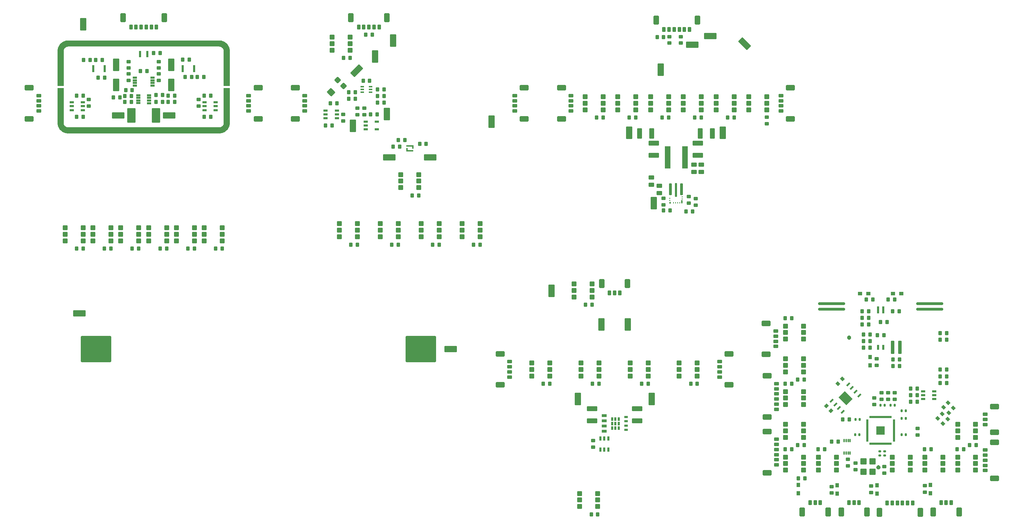
<source format=gtp>
G04*
G04 #@! TF.GenerationSoftware,Altium Limited,Altium Designer,23.7.1 (13)*
G04*
G04 Layer_Color=6702681*
%FSLAX25Y25*%
%MOIN*%
G70*
G04*
G04 #@! TF.SameCoordinates,E357BF57-154A-44AE-955A-2B68D2739ED8*
G04*
G04*
G04 #@! TF.FilePolarity,Positive*
G04*
G01*
G75*
G04:AMPARAMS|DCode=10|XSize=293.7mil|YSize=254.72mil|CornerRadius=12.74mil|HoleSize=0mil|Usage=FLASHONLY|Rotation=180.000|XOffset=0mil|YOffset=0mil|HoleType=Round|Shape=RoundedRectangle|*
%AMROUNDEDRECTD10*
21,1,0.29370,0.22925,0,0,180.0*
21,1,0.26823,0.25472,0,0,180.0*
1,1,0.02547,-0.13411,0.11463*
1,1,0.02547,0.13411,0.11463*
1,1,0.02547,0.13411,-0.11463*
1,1,0.02547,-0.13411,-0.11463*
%
%ADD10ROUNDEDRECTD10*%
G04:AMPARAMS|DCode=11|XSize=59.06mil|YSize=118.11mil|CornerRadius=2.95mil|HoleSize=0mil|Usage=FLASHONLY|Rotation=90.000|XOffset=0mil|YOffset=0mil|HoleType=Round|Shape=RoundedRectangle|*
%AMROUNDEDRECTD11*
21,1,0.05906,0.11221,0,0,90.0*
21,1,0.05315,0.11811,0,0,90.0*
1,1,0.00591,0.05610,0.02657*
1,1,0.00591,0.05610,-0.02657*
1,1,0.00591,-0.05610,-0.02657*
1,1,0.00591,-0.05610,0.02657*
%
%ADD11ROUNDEDRECTD11*%
G04:AMPARAMS|DCode=15|XSize=59.06mil|YSize=118.11mil|CornerRadius=2.95mil|HoleSize=0mil|Usage=FLASHONLY|Rotation=180.000|XOffset=0mil|YOffset=0mil|HoleType=Round|Shape=RoundedRectangle|*
%AMROUNDEDRECTD15*
21,1,0.05906,0.11221,0,0,180.0*
21,1,0.05315,0.11811,0,0,180.0*
1,1,0.00591,-0.02657,0.05610*
1,1,0.00591,0.02657,0.05610*
1,1,0.00591,0.02657,-0.05610*
1,1,0.00591,-0.02657,-0.05610*
%
%ADD15ROUNDEDRECTD15*%
G04:AMPARAMS|DCode=16|XSize=37.4mil|YSize=31.5mil|CornerRadius=3.15mil|HoleSize=0mil|Usage=FLASHONLY|Rotation=90.000|XOffset=0mil|YOffset=0mil|HoleType=Round|Shape=RoundedRectangle|*
%AMROUNDEDRECTD16*
21,1,0.03740,0.02520,0,0,90.0*
21,1,0.03110,0.03150,0,0,90.0*
1,1,0.00630,0.01260,0.01555*
1,1,0.00630,0.01260,-0.01555*
1,1,0.00630,-0.01260,-0.01555*
1,1,0.00630,-0.01260,0.01555*
%
%ADD16ROUNDEDRECTD16*%
G04:AMPARAMS|DCode=18|XSize=33.47mil|YSize=13.78mil|CornerRadius=1.38mil|HoleSize=0mil|Usage=FLASHONLY|Rotation=0.000|XOffset=0mil|YOffset=0mil|HoleType=Round|Shape=RoundedRectangle|*
%AMROUNDEDRECTD18*
21,1,0.03347,0.01102,0,0,0.0*
21,1,0.03071,0.01378,0,0,0.0*
1,1,0.00276,0.01535,-0.00551*
1,1,0.00276,-0.01535,-0.00551*
1,1,0.00276,-0.01535,0.00551*
1,1,0.00276,0.01535,0.00551*
%
%ADD18ROUNDEDRECTD18*%
G04:AMPARAMS|DCode=21|XSize=51.18mil|YSize=84.65mil|CornerRadius=5.12mil|HoleSize=0mil|Usage=FLASHONLY|Rotation=90.000|XOffset=0mil|YOffset=0mil|HoleType=Round|Shape=RoundedRectangle|*
%AMROUNDEDRECTD21*
21,1,0.05118,0.07441,0,0,90.0*
21,1,0.04095,0.08465,0,0,90.0*
1,1,0.01024,0.03720,0.02047*
1,1,0.01024,0.03720,-0.02047*
1,1,0.01024,-0.03720,-0.02047*
1,1,0.01024,-0.03720,0.02047*
%
%ADD21ROUNDEDRECTD21*%
G04:AMPARAMS|DCode=22|XSize=31.5mil|YSize=47.24mil|CornerRadius=3.15mil|HoleSize=0mil|Usage=FLASHONLY|Rotation=90.000|XOffset=0mil|YOffset=0mil|HoleType=Round|Shape=RoundedRectangle|*
%AMROUNDEDRECTD22*
21,1,0.03150,0.04095,0,0,90.0*
21,1,0.02520,0.04724,0,0,90.0*
1,1,0.00630,0.02047,0.01260*
1,1,0.00630,0.02047,-0.01260*
1,1,0.00630,-0.02047,-0.01260*
1,1,0.00630,-0.02047,0.01260*
%
%ADD22ROUNDEDRECTD22*%
G04:AMPARAMS|DCode=23|XSize=47.24mil|YSize=47.24mil|CornerRadius=4.72mil|HoleSize=0mil|Usage=FLASHONLY|Rotation=0.000|XOffset=0mil|YOffset=0mil|HoleType=Round|Shape=RoundedRectangle|*
%AMROUNDEDRECTD23*
21,1,0.04724,0.03780,0,0,0.0*
21,1,0.03780,0.04724,0,0,0.0*
1,1,0.00945,0.01890,-0.01890*
1,1,0.00945,-0.01890,-0.01890*
1,1,0.00945,-0.01890,0.01890*
1,1,0.00945,0.01890,0.01890*
%
%ADD23ROUNDEDRECTD23*%
G04:AMPARAMS|DCode=24|XSize=31.5mil|YSize=47.24mil|CornerRadius=3.15mil|HoleSize=0mil|Usage=FLASHONLY|Rotation=0.000|XOffset=0mil|YOffset=0mil|HoleType=Round|Shape=RoundedRectangle|*
%AMROUNDEDRECTD24*
21,1,0.03150,0.04095,0,0,0.0*
21,1,0.02520,0.04724,0,0,0.0*
1,1,0.00630,0.01260,-0.02047*
1,1,0.00630,-0.01260,-0.02047*
1,1,0.00630,-0.01260,0.02047*
1,1,0.00630,0.01260,0.02047*
%
%ADD24ROUNDEDRECTD24*%
G04:AMPARAMS|DCode=25|XSize=51.18mil|YSize=84.65mil|CornerRadius=5.12mil|HoleSize=0mil|Usage=FLASHONLY|Rotation=0.000|XOffset=0mil|YOffset=0mil|HoleType=Round|Shape=RoundedRectangle|*
%AMROUNDEDRECTD25*
21,1,0.05118,0.07441,0,0,0.0*
21,1,0.04095,0.08465,0,0,0.0*
1,1,0.01024,0.02047,-0.03720*
1,1,0.01024,-0.02047,-0.03720*
1,1,0.01024,-0.02047,0.03720*
1,1,0.01024,0.02047,0.03720*
%
%ADD25ROUNDEDRECTD25*%
G04:AMPARAMS|DCode=26|XSize=41.34mil|YSize=17.72mil|CornerRadius=1.77mil|HoleSize=0mil|Usage=FLASHONLY|Rotation=180.000|XOffset=0mil|YOffset=0mil|HoleType=Round|Shape=RoundedRectangle|*
%AMROUNDEDRECTD26*
21,1,0.04134,0.01417,0,0,180.0*
21,1,0.03780,0.01772,0,0,180.0*
1,1,0.00354,-0.01890,0.00709*
1,1,0.00354,0.01890,0.00709*
1,1,0.00354,0.01890,-0.00709*
1,1,0.00354,-0.01890,-0.00709*
%
%ADD26ROUNDEDRECTD26*%
G04:AMPARAMS|DCode=27|XSize=37.4mil|YSize=31.5mil|CornerRadius=3.15mil|HoleSize=0mil|Usage=FLASHONLY|Rotation=180.000|XOffset=0mil|YOffset=0mil|HoleType=Round|Shape=RoundedRectangle|*
%AMROUNDEDRECTD27*
21,1,0.03740,0.02520,0,0,180.0*
21,1,0.03110,0.03150,0,0,180.0*
1,1,0.00630,-0.01555,0.01260*
1,1,0.00630,0.01555,0.01260*
1,1,0.00630,0.01555,-0.01260*
1,1,0.00630,-0.01555,-0.01260*
%
%ADD27ROUNDEDRECTD27*%
G04:AMPARAMS|DCode=28|XSize=38.28mil|YSize=21.97mil|CornerRadius=2.2mil|HoleSize=0mil|Usage=FLASHONLY|Rotation=180.000|XOffset=0mil|YOffset=0mil|HoleType=Round|Shape=RoundedRectangle|*
%AMROUNDEDRECTD28*
21,1,0.03828,0.01758,0,0,180.0*
21,1,0.03389,0.02197,0,0,180.0*
1,1,0.00439,-0.01694,0.00879*
1,1,0.00439,0.01694,0.00879*
1,1,0.00439,0.01694,-0.00879*
1,1,0.00439,-0.01694,-0.00879*
%
%ADD28ROUNDEDRECTD28*%
G04:AMPARAMS|DCode=29|XSize=141.73mil|YSize=78.74mil|CornerRadius=3.94mil|HoleSize=0mil|Usage=FLASHONLY|Rotation=90.000|XOffset=0mil|YOffset=0mil|HoleType=Round|Shape=RoundedRectangle|*
%AMROUNDEDRECTD29*
21,1,0.14173,0.07087,0,0,90.0*
21,1,0.13386,0.07874,0,0,90.0*
1,1,0.00787,0.03543,0.06693*
1,1,0.00787,0.03543,-0.06693*
1,1,0.00787,-0.03543,-0.06693*
1,1,0.00787,-0.03543,0.06693*
%
%ADD29ROUNDEDRECTD29*%
%ADD37C,0.02756*%
G04:AMPARAMS|DCode=41|XSize=47.24mil|YSize=47.24mil|CornerRadius=4.72mil|HoleSize=0mil|Usage=FLASHONLY|Rotation=225.000|XOffset=0mil|YOffset=0mil|HoleType=Round|Shape=RoundedRectangle|*
%AMROUNDEDRECTD41*
21,1,0.04724,0.03780,0,0,225.0*
21,1,0.03780,0.04724,0,0,225.0*
1,1,0.00945,-0.02673,0.00000*
1,1,0.00945,0.00000,0.02673*
1,1,0.00945,0.02673,0.00000*
1,1,0.00945,0.00000,-0.02673*
%
%ADD41ROUNDEDRECTD41*%
G04:AMPARAMS|DCode=42|XSize=62.99mil|YSize=59.06mil|CornerRadius=5.91mil|HoleSize=0mil|Usage=FLASHONLY|Rotation=135.000|XOffset=0mil|YOffset=0mil|HoleType=Round|Shape=RoundedRectangle|*
%AMROUNDEDRECTD42*
21,1,0.06299,0.04724,0,0,135.0*
21,1,0.05118,0.05906,0,0,135.0*
1,1,0.01181,-0.00139,0.03480*
1,1,0.01181,0.03480,-0.00139*
1,1,0.01181,0.00139,-0.03480*
1,1,0.01181,-0.03480,0.00139*
%
%ADD42ROUNDEDRECTD42*%
G04:AMPARAMS|DCode=43|XSize=59.06mil|YSize=118.11mil|CornerRadius=2.95mil|HoleSize=0mil|Usage=FLASHONLY|Rotation=135.000|XOffset=0mil|YOffset=0mil|HoleType=Round|Shape=RoundedRectangle|*
%AMROUNDEDRECTD43*
21,1,0.05906,0.11221,0,0,135.0*
21,1,0.05315,0.11811,0,0,135.0*
1,1,0.00591,0.02088,0.05846*
1,1,0.00591,0.05846,0.02088*
1,1,0.00591,-0.02088,-0.05846*
1,1,0.00591,-0.05846,-0.02088*
%
%ADD43ROUNDEDRECTD43*%
G04:AMPARAMS|DCode=49|XSize=37.4mil|YSize=31.5mil|CornerRadius=3.15mil|HoleSize=0mil|Usage=FLASHONLY|Rotation=135.000|XOffset=0mil|YOffset=0mil|HoleType=Round|Shape=RoundedRectangle|*
%AMROUNDEDRECTD49*
21,1,0.03740,0.02520,0,0,135.0*
21,1,0.03110,0.03150,0,0,135.0*
1,1,0.00630,-0.00209,0.01991*
1,1,0.00630,0.01991,-0.00209*
1,1,0.00630,0.00209,-0.01991*
1,1,0.00630,-0.01991,0.00209*
%
%ADD49ROUNDEDRECTD49*%
G04:AMPARAMS|DCode=50|XSize=43.31mil|YSize=33.47mil|CornerRadius=3.35mil|HoleSize=0mil|Usage=FLASHONLY|Rotation=90.000|XOffset=0mil|YOffset=0mil|HoleType=Round|Shape=RoundedRectangle|*
%AMROUNDEDRECTD50*
21,1,0.04331,0.02677,0,0,90.0*
21,1,0.03661,0.03347,0,0,90.0*
1,1,0.00669,0.01339,0.01831*
1,1,0.00669,0.01339,-0.01831*
1,1,0.00669,-0.01339,-0.01831*
1,1,0.00669,-0.01339,0.01831*
%
%ADD50ROUNDEDRECTD50*%
G04:AMPARAMS|DCode=51|XSize=23.62mil|YSize=19.68mil|CornerRadius=1.97mil|HoleSize=0mil|Usage=FLASHONLY|Rotation=180.000|XOffset=0mil|YOffset=0mil|HoleType=Round|Shape=RoundedRectangle|*
%AMROUNDEDRECTD51*
21,1,0.02362,0.01575,0,0,180.0*
21,1,0.01968,0.01968,0,0,180.0*
1,1,0.00394,-0.00984,0.00787*
1,1,0.00394,0.00984,0.00787*
1,1,0.00394,0.00984,-0.00787*
1,1,0.00394,-0.00984,-0.00787*
%
%ADD51ROUNDEDRECTD51*%
G04:AMPARAMS|DCode=53|XSize=43.31mil|YSize=33.47mil|CornerRadius=3.35mil|HoleSize=0mil|Usage=FLASHONLY|Rotation=180.000|XOffset=0mil|YOffset=0mil|HoleType=Round|Shape=RoundedRectangle|*
%AMROUNDEDRECTD53*
21,1,0.04331,0.02677,0,0,180.0*
21,1,0.03661,0.03347,0,0,180.0*
1,1,0.00669,-0.01831,0.01339*
1,1,0.00669,0.01831,0.01339*
1,1,0.00669,0.01831,-0.01339*
1,1,0.00669,-0.01831,-0.01339*
%
%ADD53ROUNDEDRECTD53*%
G04:AMPARAMS|DCode=54|XSize=11.81mil|YSize=31.5mil|CornerRadius=1.77mil|HoleSize=0mil|Usage=FLASHONLY|Rotation=180.000|XOffset=0mil|YOffset=0mil|HoleType=Round|Shape=RoundedRectangle|*
%AMROUNDEDRECTD54*
21,1,0.01181,0.02795,0,0,180.0*
21,1,0.00827,0.03150,0,0,180.0*
1,1,0.00354,-0.00413,0.01398*
1,1,0.00354,0.00413,0.01398*
1,1,0.00354,0.00413,-0.01398*
1,1,0.00354,-0.00413,-0.01398*
%
%ADD54ROUNDEDRECTD54*%
G04:AMPARAMS|DCode=59|XSize=59.06mil|YSize=62.99mil|CornerRadius=8.86mil|HoleSize=0mil|Usage=FLASHONLY|Rotation=0.000|XOffset=0mil|YOffset=0mil|HoleType=Round|Shape=RoundedRectangle|*
%AMROUNDEDRECTD59*
21,1,0.05906,0.04528,0,0,0.0*
21,1,0.04134,0.06299,0,0,0.0*
1,1,0.01772,0.02067,-0.02264*
1,1,0.01772,-0.02067,-0.02264*
1,1,0.01772,-0.02067,0.02264*
1,1,0.01772,0.02067,0.02264*
%
%ADD59ROUNDEDRECTD59*%
G04:AMPARAMS|DCode=60|XSize=23.62mil|YSize=19.68mil|CornerRadius=1.97mil|HoleSize=0mil|Usage=FLASHONLY|Rotation=270.000|XOffset=0mil|YOffset=0mil|HoleType=Round|Shape=RoundedRectangle|*
%AMROUNDEDRECTD60*
21,1,0.02362,0.01575,0,0,270.0*
21,1,0.01968,0.01968,0,0,270.0*
1,1,0.00394,-0.00787,-0.00984*
1,1,0.00394,-0.00787,0.00984*
1,1,0.00394,0.00787,0.00984*
1,1,0.00394,0.00787,-0.00984*
%
%ADD60ROUNDEDRECTD60*%
G04:AMPARAMS|DCode=62|XSize=31.89mil|YSize=125.98mil|CornerRadius=3.19mil|HoleSize=0mil|Usage=FLASHONLY|Rotation=180.000|XOffset=0mil|YOffset=0mil|HoleType=Round|Shape=RoundedRectangle|*
%AMROUNDEDRECTD62*
21,1,0.03189,0.11961,0,0,180.0*
21,1,0.02551,0.12598,0,0,180.0*
1,1,0.00638,-0.01276,0.05980*
1,1,0.00638,0.01276,0.05980*
1,1,0.00638,0.01276,-0.05980*
1,1,0.00638,-0.01276,-0.05980*
%
%ADD62ROUNDEDRECTD62*%
G04:AMPARAMS|DCode=63|XSize=37.4mil|YSize=31.5mil|CornerRadius=3.15mil|HoleSize=0mil|Usage=FLASHONLY|Rotation=45.000|XOffset=0mil|YOffset=0mil|HoleType=Round|Shape=RoundedRectangle|*
%AMROUNDEDRECTD63*
21,1,0.03740,0.02520,0,0,45.0*
21,1,0.03110,0.03150,0,0,45.0*
1,1,0.00630,0.01991,0.00209*
1,1,0.00630,-0.00209,-0.01991*
1,1,0.00630,-0.01991,-0.00209*
1,1,0.00630,0.00209,0.01991*
%
%ADD63ROUNDEDRECTD63*%
G04:AMPARAMS|DCode=64|XSize=41.34mil|YSize=17.72mil|CornerRadius=2.66mil|HoleSize=0mil|Usage=FLASHONLY|Rotation=45.000|XOffset=0mil|YOffset=0mil|HoleType=Round|Shape=RoundedRectangle|*
%AMROUNDEDRECTD64*
21,1,0.04134,0.01240,0,0,45.0*
21,1,0.03602,0.01772,0,0,45.0*
1,1,0.00532,0.01712,0.00835*
1,1,0.00532,-0.00835,-0.01712*
1,1,0.00532,-0.01712,-0.00835*
1,1,0.00532,0.00835,0.01712*
%
%ADD64ROUNDEDRECTD64*%
G04:AMPARAMS|DCode=67|XSize=56.3mil|YSize=216.54mil|CornerRadius=5.63mil|HoleSize=0mil|Usage=FLASHONLY|Rotation=0.000|XOffset=0mil|YOffset=0mil|HoleType=Round|Shape=RoundedRectangle|*
%AMROUNDEDRECTD67*
21,1,0.05630,0.20528,0,0,0.0*
21,1,0.04504,0.21654,0,0,0.0*
1,1,0.01126,0.02252,-0.10264*
1,1,0.01126,-0.02252,-0.10264*
1,1,0.01126,-0.02252,0.10264*
1,1,0.01126,0.02252,0.10264*
%
%ADD67ROUNDEDRECTD67*%
G04:AMPARAMS|DCode=68|XSize=102.36mil|YSize=45.28mil|CornerRadius=4.53mil|HoleSize=0mil|Usage=FLASHONLY|Rotation=0.000|XOffset=0mil|YOffset=0mil|HoleType=Round|Shape=RoundedRectangle|*
%AMROUNDEDRECTD68*
21,1,0.10236,0.03622,0,0,0.0*
21,1,0.09331,0.04528,0,0,0.0*
1,1,0.00906,0.04665,-0.01811*
1,1,0.00906,-0.04665,-0.01811*
1,1,0.00906,-0.04665,0.01811*
1,1,0.00906,0.04665,0.01811*
%
%ADD68ROUNDEDRECTD68*%
G04:AMPARAMS|DCode=69|XSize=53.15mil|YSize=39.37mil|CornerRadius=3.94mil|HoleSize=0mil|Usage=FLASHONLY|Rotation=0.000|XOffset=0mil|YOffset=0mil|HoleType=Round|Shape=RoundedRectangle|*
%AMROUNDEDRECTD69*
21,1,0.05315,0.03150,0,0,0.0*
21,1,0.04528,0.03937,0,0,0.0*
1,1,0.00787,0.02264,-0.01575*
1,1,0.00787,-0.02264,-0.01575*
1,1,0.00787,-0.02264,0.01575*
1,1,0.00787,0.02264,0.01575*
%
%ADD69ROUNDEDRECTD69*%
G04:AMPARAMS|DCode=77|XSize=102.36mil|YSize=45.28mil|CornerRadius=4.53mil|HoleSize=0mil|Usage=FLASHONLY|Rotation=90.000|XOffset=0mil|YOffset=0mil|HoleType=Round|Shape=RoundedRectangle|*
%AMROUNDEDRECTD77*
21,1,0.10236,0.03622,0,0,90.0*
21,1,0.09331,0.04528,0,0,90.0*
1,1,0.00906,0.01811,0.04665*
1,1,0.00906,0.01811,-0.04665*
1,1,0.00906,-0.01811,-0.04665*
1,1,0.00906,-0.01811,0.04665*
%
%ADD77ROUNDEDRECTD77*%
G04:AMPARAMS|DCode=78|XSize=59.06mil|YSize=118.11mil|CornerRadius=2.95mil|HoleSize=0mil|Usage=FLASHONLY|Rotation=225.000|XOffset=0mil|YOffset=0mil|HoleType=Round|Shape=RoundedRectangle|*
%AMROUNDEDRECTD78*
21,1,0.05906,0.11221,0,0,225.0*
21,1,0.05315,0.11811,0,0,225.0*
1,1,0.00591,-0.05846,0.02088*
1,1,0.00591,-0.02088,0.05846*
1,1,0.00591,0.05846,-0.02088*
1,1,0.00591,0.02088,-0.05846*
%
%ADD78ROUNDEDRECTD78*%
G04:AMPARAMS|DCode=83|XSize=38.28mil|YSize=21.97mil|CornerRadius=2.2mil|HoleSize=0mil|Usage=FLASHONLY|Rotation=90.000|XOffset=0mil|YOffset=0mil|HoleType=Round|Shape=RoundedRectangle|*
%AMROUNDEDRECTD83*
21,1,0.03828,0.01758,0,0,90.0*
21,1,0.03389,0.02197,0,0,90.0*
1,1,0.00439,0.00879,0.01694*
1,1,0.00439,0.00879,-0.01694*
1,1,0.00439,-0.00879,-0.01694*
1,1,0.00439,-0.00879,0.01694*
%
%ADD83ROUNDEDRECTD83*%
G04:AMPARAMS|DCode=85|XSize=45.28mil|YSize=27.56mil|CornerRadius=2.76mil|HoleSize=0mil|Usage=FLASHONLY|Rotation=0.000|XOffset=0mil|YOffset=0mil|HoleType=Round|Shape=RoundedRectangle|*
%AMROUNDEDRECTD85*
21,1,0.04528,0.02205,0,0,0.0*
21,1,0.03976,0.02756,0,0,0.0*
1,1,0.00551,0.01988,-0.01102*
1,1,0.00551,-0.01988,-0.01102*
1,1,0.00551,-0.01988,0.01102*
1,1,0.00551,0.01988,0.01102*
%
%ADD85ROUNDEDRECTD85*%
%ADD146R,0.02362X0.06299*%
%ADD147R,0.02362X0.07087*%
%ADD148R,0.01299X0.03608*%
%ADD149R,0.06890X0.01673*%
%ADD150R,0.01968X0.07087*%
%ADD151R,0.01968X0.05118*%
%ADD152R,0.01968X0.21260*%
%ADD153R,0.21260X0.01968*%
G04:AMPARAMS|DCode=154|XSize=23.62mil|YSize=116.14mil|CornerRadius=5.91mil|HoleSize=0mil|Usage=FLASHONLY|Rotation=0.000|XOffset=0mil|YOffset=0mil|HoleType=Round|Shape=RoundedRectangle|*
%AMROUNDEDRECTD154*
21,1,0.02362,0.10433,0,0,0.0*
21,1,0.01181,0.11614,0,0,0.0*
1,1,0.01181,0.00591,-0.05217*
1,1,0.01181,-0.00591,-0.05217*
1,1,0.01181,-0.00591,0.05217*
1,1,0.01181,0.00591,0.05217*
%
%ADD154ROUNDEDRECTD154*%
G04:AMPARAMS|DCode=155|XSize=132.09mil|YSize=16.93mil|CornerRadius=4.23mil|HoleSize=0mil|Usage=FLASHONLY|Rotation=90.000|XOffset=0mil|YOffset=0mil|HoleType=Round|Shape=RoundedRectangle|*
%AMROUNDEDRECTD155*
21,1,0.13209,0.00847,0,0,90.0*
21,1,0.12362,0.01693,0,0,90.0*
1,1,0.00846,0.00423,0.06181*
1,1,0.00846,0.00423,-0.06181*
1,1,0.00846,-0.00423,-0.06181*
1,1,0.00846,-0.00423,0.06181*
%
%ADD155ROUNDEDRECTD155*%
G04:AMPARAMS|DCode=156|XSize=17.72mil|YSize=14.76mil|CornerRadius=3.69mil|HoleSize=0mil|Usage=FLASHONLY|Rotation=90.000|XOffset=0mil|YOffset=0mil|HoleType=Round|Shape=RoundedRectangle|*
%AMROUNDEDRECTD156*
21,1,0.01772,0.00738,0,0,90.0*
21,1,0.01034,0.01476,0,0,90.0*
1,1,0.00738,0.00369,0.00517*
1,1,0.00738,0.00369,-0.00517*
1,1,0.00738,-0.00369,-0.00517*
1,1,0.00738,-0.00369,0.00517*
%
%ADD156ROUNDEDRECTD156*%
G04:AMPARAMS|DCode=157|XSize=15.75mil|YSize=9.84mil|CornerRadius=2.46mil|HoleSize=0mil|Usage=FLASHONLY|Rotation=180.000|XOffset=0mil|YOffset=0mil|HoleType=Round|Shape=RoundedRectangle|*
%AMROUNDEDRECTD157*
21,1,0.01575,0.00492,0,0,180.0*
21,1,0.01083,0.00984,0,0,180.0*
1,1,0.00492,-0.00541,0.00246*
1,1,0.00492,0.00541,0.00246*
1,1,0.00492,0.00541,-0.00246*
1,1,0.00492,-0.00541,-0.00246*
%
%ADD157ROUNDEDRECTD157*%
G04:AMPARAMS|DCode=158|XSize=15.75mil|YSize=9.84mil|CornerRadius=2.46mil|HoleSize=0mil|Usage=FLASHONLY|Rotation=90.000|XOffset=0mil|YOffset=0mil|HoleType=Round|Shape=RoundedRectangle|*
%AMROUNDEDRECTD158*
21,1,0.01575,0.00492,0,0,90.0*
21,1,0.01083,0.00984,0,0,90.0*
1,1,0.00492,0.00246,0.00541*
1,1,0.00492,0.00246,-0.00541*
1,1,0.00492,-0.00246,-0.00541*
1,1,0.00492,-0.00246,0.00541*
%
%ADD158ROUNDEDRECTD158*%
G04:AMPARAMS|DCode=159|XSize=31.3mil|YSize=11.81mil|CornerRadius=2.95mil|HoleSize=0mil|Usage=FLASHONLY|Rotation=90.000|XOffset=0mil|YOffset=0mil|HoleType=Round|Shape=RoundedRectangle|*
%AMROUNDEDRECTD159*
21,1,0.03130,0.00591,0,0,90.0*
21,1,0.02539,0.01181,0,0,90.0*
1,1,0.00591,0.00295,0.01270*
1,1,0.00591,0.00295,-0.01270*
1,1,0.00591,-0.00295,-0.01270*
1,1,0.00591,-0.00295,0.01270*
%
%ADD159ROUNDEDRECTD159*%
%ADD160R,0.03543X0.02362*%
%ADD161R,0.02362X0.03543*%
G04:AMPARAMS|DCode=162|XSize=81.1mil|YSize=81.1mil|CornerRadius=0mil|HoleSize=0mil|Usage=FLASHONLY|Rotation=0.000|XOffset=0mil|YOffset=0mil|HoleType=Round|Shape=RoundedRectangle|*
%AMROUNDEDRECTD162*
21,1,0.08110,0.08110,0,0,0.0*
21,1,0.08110,0.08110,0,0,0.0*
1,1,0.00000,0.04055,-0.04055*
1,1,0.00000,-0.04055,-0.04055*
1,1,0.00000,-0.04055,0.04055*
1,1,0.00000,0.04055,0.04055*
%
%ADD162ROUNDEDRECTD162*%
G36*
X289927Y560408D02*
X290427Y560359D01*
X290924Y560285D01*
X291417Y560187D01*
X291904Y560065D01*
X292385Y559919D01*
X292858Y559750D01*
X293323Y559558D01*
X293777Y559343D01*
X294220Y559106D01*
X294651Y558848D01*
X295069Y558568D01*
X295473Y558269D01*
X295861Y557950D01*
X296234Y557613D01*
X296589Y557257D01*
X296926Y556885D01*
X297245Y556496D01*
X297545Y556093D01*
X297824Y555675D01*
X298082Y555244D01*
X298319Y554801D01*
X298534Y554346D01*
X298726Y553882D01*
X298896Y553409D01*
X299042Y552928D01*
X299164Y552440D01*
X299262Y551947D01*
X299336Y551450D01*
X299385Y550950D01*
X299410Y550448D01*
Y550197D01*
Y516732D01*
X293504D01*
Y550197D01*
X293501Y550367D01*
X293474Y550706D01*
X293421Y551042D01*
X293341Y551372D01*
X293236Y551696D01*
X293106Y552010D01*
X292952Y552313D01*
X292774Y552603D01*
X292574Y552878D01*
X292353Y553136D01*
X292113Y553377D01*
X291854Y553598D01*
X291579Y553798D01*
X291289Y553975D01*
X290986Y554130D01*
X290672Y554260D01*
X290349Y554365D01*
X290018Y554444D01*
X289682Y554497D01*
X289343Y554524D01*
X289173Y554528D01*
Y554528D01*
X143898D01*
X143728Y554524D01*
X143389Y554497D01*
X143053Y554444D01*
X142722Y554365D01*
X142399Y554260D01*
X142085Y554130D01*
X141782Y553975D01*
X141492Y553798D01*
X141217Y553598D01*
X140958Y553377D01*
X140717Y553136D01*
X140497Y552878D01*
X140297Y552603D01*
X140119Y552313D01*
X139965Y552010D01*
X139835Y551696D01*
X139729Y551372D01*
X139650Y551042D01*
X139597Y550706D01*
X139570Y550367D01*
X139567Y550197D01*
Y516732D01*
X133661D01*
Y550197D01*
Y550448D01*
X133686Y550950D01*
X133735Y551450D01*
X133809Y551947D01*
X133907Y552440D01*
X134029Y552928D01*
X134175Y553409D01*
X134344Y553882D01*
X134537Y554346D01*
X134752Y554801D01*
X134988Y555244D01*
X135247Y555675D01*
X135526Y556093D01*
X135826Y556496D01*
X136144Y556885D01*
X136482Y557257D01*
X136837Y557613D01*
X137210Y557950D01*
X137598Y558269D01*
X138002Y558568D01*
X138420Y558848D01*
X138851Y559106D01*
X139294Y559343D01*
X139748Y559558D01*
X140213Y559750D01*
X140686Y559919D01*
X141167Y560065D01*
X141654Y560187D01*
X142147Y560285D01*
X142644Y560359D01*
X143144Y560408D01*
X143646Y560433D01*
X289424D01*
X289927Y560408D01*
D02*
G37*
G36*
X299410Y481299D02*
Y481048D01*
X299385Y480546D01*
X299336Y480046D01*
X299262Y479549D01*
X299164Y479056D01*
X299042Y478568D01*
X298896Y478087D01*
X298726Y477614D01*
X298534Y477150D01*
X298319Y476695D01*
X298082Y476252D01*
X297824Y475821D01*
X297545Y475403D01*
X297245Y475000D01*
X296926Y474611D01*
X296589Y474239D01*
X296234Y473883D01*
X295861Y473546D01*
X295473Y473227D01*
X295069Y472928D01*
X294651Y472648D01*
X294220Y472390D01*
X293777Y472153D01*
X293323Y471938D01*
X292858Y471746D01*
X292385Y471577D01*
X291904Y471431D01*
X291417Y471309D01*
X290924Y471211D01*
X290427Y471137D01*
X289927Y471088D01*
X289424Y471063D01*
X143646D01*
X143144Y471088D01*
X142644Y471137D01*
X142147Y471211D01*
X141654Y471309D01*
X141167Y471431D01*
X140686Y471577D01*
X140213Y471746D01*
X139748Y471938D01*
X139294Y472153D01*
X138851Y472390D01*
X138420Y472648D01*
X138002Y472928D01*
X137598Y473227D01*
X137210Y473546D01*
X136837Y473883D01*
X136482Y474239D01*
X136144Y474611D01*
X135826Y475000D01*
X135526Y475403D01*
X135247Y475821D01*
X134988Y476252D01*
X134752Y476695D01*
X134537Y477150D01*
X134344Y477614D01*
X134175Y478087D01*
X134029Y478568D01*
X133907Y479056D01*
X133809Y479549D01*
X133735Y480046D01*
X133686Y480546D01*
X133661Y481048D01*
Y481299D01*
Y514764D01*
X139567D01*
Y481299D01*
X139570Y481129D01*
X139597Y480790D01*
X139650Y480454D01*
X139729Y480124D01*
X139835Y479800D01*
X139965Y479486D01*
X140119Y479183D01*
X140297Y478893D01*
X140497Y478618D01*
X140717Y478360D01*
X140958Y478119D01*
X141217Y477898D01*
X141492Y477698D01*
X141782Y477521D01*
X142085Y477366D01*
X142399Y477236D01*
X142722Y477131D01*
X143053Y477052D01*
X143389Y476999D01*
X143728Y476972D01*
X143898Y476968D01*
X289173D01*
Y476968D01*
X289343Y476972D01*
X289682Y476999D01*
X290018Y477052D01*
X290349Y477131D01*
X290672Y477236D01*
X290986Y477366D01*
X291289Y477521D01*
X291579Y477698D01*
X291854Y477898D01*
X292113Y478119D01*
X292353Y478360D01*
X292574Y478618D01*
X292774Y478893D01*
X292952Y479183D01*
X293106Y479486D01*
X293236Y479800D01*
X293341Y480124D01*
X293421Y480454D01*
X293474Y480790D01*
X293501Y481129D01*
X293504Y481299D01*
Y514764D01*
X299410D01*
Y481299D01*
D02*
G37*
G36*
X896850Y275590D02*
Y274016D01*
X895669Y272835D01*
X894094D01*
X892913Y274016D01*
Y275590D01*
X894094Y276772D01*
X895669D01*
X896850Y275590D01*
D02*
G37*
G36*
X898131Y215756D02*
X892118Y209743D01*
X884546Y217315D01*
X890559Y223328D01*
X898131Y215756D01*
D02*
G37*
G36*
X924988Y150787D02*
Y149213D01*
X923807Y148031D01*
X922232D01*
X921051Y149213D01*
Y150787D01*
X922232Y151969D01*
X923807D01*
X924988Y150787D01*
D02*
G37*
D10*
X170591Y263779D02*
D03*
X482953D02*
D03*
D11*
X154724Y298031D02*
D03*
X511811Y263779D02*
D03*
X240945Y488189D02*
D03*
X192126D02*
D03*
X492126Y448032D02*
D03*
X452756D02*
D03*
X761417Y564567D02*
D03*
X744095Y556299D02*
D03*
D15*
X158268Y575984D02*
D03*
X242913Y517717D02*
D03*
Y537008D02*
D03*
X190157D02*
D03*
Y517717D02*
D03*
X551181Y482283D02*
D03*
X438976Y544882D02*
D03*
X456299Y560236D02*
D03*
X450394Y489764D02*
D03*
X417717Y478346D02*
D03*
X713779Y532283D02*
D03*
X707087Y403937D02*
D03*
X773228Y471654D02*
D03*
X683464D02*
D03*
X608602Y319724D02*
D03*
X633898Y215787D02*
D03*
X705158D02*
D03*
X681929Y287441D02*
D03*
X656732D02*
D03*
D16*
X205512Y512598D02*
D03*
X199213D02*
D03*
X198425Y507087D02*
D03*
X204724D02*
D03*
X232283Y548425D02*
D03*
X225984D02*
D03*
X260236Y542126D02*
D03*
X253937D02*
D03*
X285827Y360236D02*
D03*
X292126D02*
D03*
X259055D02*
D03*
X265354D02*
D03*
X232283D02*
D03*
X238583D02*
D03*
X205512D02*
D03*
X211811D02*
D03*
X178740D02*
D03*
X185039D02*
D03*
X151969D02*
D03*
X158268D02*
D03*
X204724Y501181D02*
D03*
X198425D02*
D03*
X213386Y531102D02*
D03*
X219685D02*
D03*
X176772Y541732D02*
D03*
X170472D02*
D03*
X164961D02*
D03*
X158661D02*
D03*
X172835Y524803D02*
D03*
X179134D02*
D03*
X256299Y525197D02*
D03*
X262598D02*
D03*
X268110D02*
D03*
X274410D02*
D03*
X228346Y507874D02*
D03*
X234646D02*
D03*
X151969Y487008D02*
D03*
X158268D02*
D03*
Y507480D02*
D03*
X151969D02*
D03*
X274803Y487008D02*
D03*
X281102D02*
D03*
Y507480D02*
D03*
X274803D02*
D03*
X246457Y507480D02*
D03*
X240158D02*
D03*
Y501181D02*
D03*
X246457D02*
D03*
X228346D02*
D03*
X234646D02*
D03*
X187402Y505512D02*
D03*
X193701D02*
D03*
X436221Y566142D02*
D03*
X429921D02*
D03*
X481890Y461024D02*
D03*
X488189D02*
D03*
X461417Y464567D02*
D03*
X467717D02*
D03*
X456299Y458268D02*
D03*
X462598D02*
D03*
X413779Y504331D02*
D03*
X420079D02*
D03*
X427559Y521654D02*
D03*
X433858D02*
D03*
X447638Y500787D02*
D03*
X441339D02*
D03*
Y507087D02*
D03*
X447638D02*
D03*
X447638Y513386D02*
D03*
X441339D02*
D03*
X434646Y489370D02*
D03*
X440945D02*
D03*
X397638Y478740D02*
D03*
X391339D02*
D03*
X420079Y510630D02*
D03*
X413779D02*
D03*
X402362Y500000D02*
D03*
X396063D02*
D03*
X533858Y364173D02*
D03*
X540158D02*
D03*
X415748D02*
D03*
X422047D02*
D03*
X474803Y411417D02*
D03*
X481102D02*
D03*
X455118Y364173D02*
D03*
X461417D02*
D03*
X494488D02*
D03*
X500787D02*
D03*
X408638Y543677D02*
D03*
X414937D02*
D03*
X988583Y244094D02*
D03*
X982283D02*
D03*
X877953Y174803D02*
D03*
X884252D02*
D03*
X938583Y311417D02*
D03*
X932283D02*
D03*
X917717D02*
D03*
X846063Y139370D02*
D03*
X852362D02*
D03*
X911417Y311417D02*
D03*
X888583Y196063D02*
D03*
X894882D02*
D03*
X1010630Y171260D02*
D03*
X1016929D02*
D03*
X1005118Y167323D02*
D03*
X998819D02*
D03*
X973622D02*
D03*
X967323D02*
D03*
X871260D02*
D03*
X864961D02*
D03*
X845276Y171260D02*
D03*
X851575D02*
D03*
X839764Y167323D02*
D03*
X833465D02*
D03*
X839764Y230315D02*
D03*
X833465D02*
D03*
X845276Y234252D02*
D03*
X851575D02*
D03*
X839764Y293307D02*
D03*
X833465D02*
D03*
X988583Y231102D02*
D03*
X982283D02*
D03*
X988583Y237402D02*
D03*
X982283D02*
D03*
X988583Y279134D02*
D03*
X982283D02*
D03*
X988583Y272835D02*
D03*
X982283D02*
D03*
X931496Y289764D02*
D03*
X925197D02*
D03*
X937008Y247244D02*
D03*
X943307D02*
D03*
X937008Y253543D02*
D03*
X943307D02*
D03*
X960236Y212992D02*
D03*
X953937D02*
D03*
X960236Y219291D02*
D03*
X953937D02*
D03*
X960236Y225590D02*
D03*
X953937D02*
D03*
X908661Y264961D02*
D03*
X914961D02*
D03*
X908661Y271260D02*
D03*
X914961D02*
D03*
Y277559D02*
D03*
X908661D02*
D03*
X928347Y277165D02*
D03*
X922047D02*
D03*
X936614Y300000D02*
D03*
X942913D02*
D03*
X913780Y287402D02*
D03*
X907480D02*
D03*
X913780Y293701D02*
D03*
X907480D02*
D03*
X913780Y300000D02*
D03*
X907480D02*
D03*
X683464Y486221D02*
D03*
X689764D02*
D03*
X738189Y396063D02*
D03*
X744488D02*
D03*
X716535Y396850D02*
D03*
X722835D02*
D03*
X777953Y486221D02*
D03*
X784252D02*
D03*
X746457D02*
D03*
X752756D02*
D03*
X714961D02*
D03*
X721260D02*
D03*
X651968D02*
D03*
X658268D02*
D03*
X710236Y563779D02*
D03*
X716535D02*
D03*
X646890Y104764D02*
D03*
X653189D02*
D03*
X742559Y230354D02*
D03*
X748858D02*
D03*
X695315D02*
D03*
X701614D02*
D03*
X648071D02*
D03*
X654370D02*
D03*
X600827D02*
D03*
X607126D02*
D03*
X641378Y306339D02*
D03*
X647677D02*
D03*
D18*
X426770Y515944D02*
D03*
Y513385D02*
D03*
Y510826D02*
D03*
X434644D02*
D03*
Y513385D02*
D03*
Y515944D02*
D03*
D21*
X106516Y485138D02*
D03*
Y514862D02*
D03*
X326555D02*
D03*
Y485138D02*
D03*
X362421Y485138D02*
D03*
Y514862D02*
D03*
X582461D02*
D03*
Y485138D02*
D03*
X815177Y288484D02*
D03*
Y258760D02*
D03*
X815965Y198327D02*
D03*
Y237894D02*
D03*
Y144783D02*
D03*
Y184350D02*
D03*
X1034823Y139370D02*
D03*
Y174016D02*
D03*
Y208465D02*
D03*
Y183661D02*
D03*
X618327Y485138D02*
D03*
Y514862D02*
D03*
X838366D02*
D03*
Y485138D02*
D03*
X779350Y258996D02*
D03*
Y229272D02*
D03*
X559311D02*
D03*
Y258996D02*
D03*
D22*
X115551Y507382D02*
D03*
Y502461D02*
D03*
Y497539D02*
D03*
Y492618D02*
D03*
X317520D02*
D03*
Y497539D02*
D03*
Y502461D02*
D03*
Y507382D02*
D03*
X371457Y507382D02*
D03*
Y502461D02*
D03*
Y497539D02*
D03*
Y492618D02*
D03*
X573425D02*
D03*
Y497539D02*
D03*
Y502461D02*
D03*
Y507382D02*
D03*
X824213Y266240D02*
D03*
Y271161D02*
D03*
Y276083D02*
D03*
Y281004D02*
D03*
X825000Y230413D02*
D03*
Y225492D02*
D03*
Y220571D02*
D03*
Y215650D02*
D03*
Y210728D02*
D03*
Y205807D02*
D03*
Y176870D02*
D03*
Y171949D02*
D03*
Y167027D02*
D03*
Y162106D02*
D03*
Y157185D02*
D03*
Y152264D02*
D03*
X1025787Y151772D02*
D03*
Y146850D02*
D03*
Y166535D02*
D03*
Y161614D02*
D03*
Y156693D02*
D03*
Y200984D02*
D03*
Y191142D02*
D03*
Y196063D02*
D03*
X627362Y507382D02*
D03*
Y502461D02*
D03*
Y497539D02*
D03*
Y492618D02*
D03*
X829331D02*
D03*
Y497539D02*
D03*
Y502461D02*
D03*
Y507382D02*
D03*
X770315Y236752D02*
D03*
Y241673D02*
D03*
Y246595D02*
D03*
Y251516D02*
D03*
X568346D02*
D03*
Y246595D02*
D03*
Y241673D02*
D03*
Y236752D02*
D03*
D23*
X274803Y380315D02*
D03*
Y374016D02*
D03*
X292126Y380315D02*
D03*
Y374016D02*
D03*
Y367717D02*
D03*
X274803D02*
D03*
X248031Y380315D02*
D03*
Y374016D02*
D03*
X265354Y380315D02*
D03*
Y374016D02*
D03*
Y367717D02*
D03*
X248031D02*
D03*
X221260Y380315D02*
D03*
Y374016D02*
D03*
X238583Y380315D02*
D03*
Y374016D02*
D03*
Y367717D02*
D03*
X221260D02*
D03*
X194488Y380315D02*
D03*
Y374016D02*
D03*
X211811Y380315D02*
D03*
Y374016D02*
D03*
Y367717D02*
D03*
X194488D02*
D03*
X167717Y380315D02*
D03*
Y374016D02*
D03*
X185039Y380315D02*
D03*
Y374016D02*
D03*
Y367717D02*
D03*
X167717D02*
D03*
X140945Y380315D02*
D03*
Y374016D02*
D03*
X158268Y380315D02*
D03*
Y374016D02*
D03*
Y367717D02*
D03*
X140945D02*
D03*
X522835Y371654D02*
D03*
X540158D02*
D03*
Y377953D02*
D03*
Y384252D02*
D03*
X522835Y377953D02*
D03*
Y384252D02*
D03*
X404724Y371654D02*
D03*
X422047D02*
D03*
Y377953D02*
D03*
Y384252D02*
D03*
X404724Y377953D02*
D03*
Y384252D02*
D03*
X444095Y371654D02*
D03*
X461417D02*
D03*
Y377953D02*
D03*
Y384252D02*
D03*
X444095Y377953D02*
D03*
Y384252D02*
D03*
X463779Y418898D02*
D03*
X481102D02*
D03*
Y425197D02*
D03*
Y431496D02*
D03*
X463779Y425197D02*
D03*
Y431496D02*
D03*
X483464Y371654D02*
D03*
X500787D02*
D03*
Y377953D02*
D03*
Y384252D02*
D03*
X483464Y377953D02*
D03*
Y384252D02*
D03*
X397614Y551157D02*
D03*
X414937D02*
D03*
Y557456D02*
D03*
Y563756D02*
D03*
X397614Y557456D02*
D03*
Y563756D02*
D03*
X851181Y222835D02*
D03*
X833858D02*
D03*
Y216535D02*
D03*
Y210236D02*
D03*
X851181Y216535D02*
D03*
Y210236D02*
D03*
X833858Y241732D02*
D03*
X851181D02*
D03*
Y248031D02*
D03*
Y254331D02*
D03*
X833858Y248031D02*
D03*
Y254331D02*
D03*
X851181Y285827D02*
D03*
X833858D02*
D03*
Y279528D02*
D03*
Y273228D02*
D03*
X851181Y279528D02*
D03*
Y273228D02*
D03*
X999213Y178740D02*
D03*
X1016535D02*
D03*
Y185039D02*
D03*
Y191339D02*
D03*
X999213Y185039D02*
D03*
Y191339D02*
D03*
X1016535Y159843D02*
D03*
X999213D02*
D03*
Y153543D02*
D03*
Y147244D02*
D03*
X1016535Y153543D02*
D03*
Y147244D02*
D03*
X953543Y159843D02*
D03*
X936220D02*
D03*
Y153543D02*
D03*
Y147244D02*
D03*
X953543Y153543D02*
D03*
Y147244D02*
D03*
X985039Y159843D02*
D03*
X967717D02*
D03*
Y153543D02*
D03*
Y147244D02*
D03*
X985039Y153543D02*
D03*
Y147244D02*
D03*
X882677Y159843D02*
D03*
X865354D02*
D03*
Y153543D02*
D03*
Y147244D02*
D03*
X882677Y153543D02*
D03*
Y147244D02*
D03*
X833858Y178740D02*
D03*
X851181D02*
D03*
Y185039D02*
D03*
Y191339D02*
D03*
X833858Y185039D02*
D03*
Y191339D02*
D03*
X851181Y159843D02*
D03*
X833858D02*
D03*
Y153543D02*
D03*
Y147244D02*
D03*
X851181Y153543D02*
D03*
Y147244D02*
D03*
X640945Y506299D02*
D03*
Y500000D02*
D03*
X658268Y506299D02*
D03*
Y500000D02*
D03*
Y493701D02*
D03*
X640945D02*
D03*
X672441Y506299D02*
D03*
Y500000D02*
D03*
X689764Y506299D02*
D03*
Y500000D02*
D03*
Y493701D02*
D03*
X672441D02*
D03*
X703937Y506299D02*
D03*
Y500000D02*
D03*
X721260Y506299D02*
D03*
Y500000D02*
D03*
Y493701D02*
D03*
X703937D02*
D03*
X735433Y506299D02*
D03*
Y500000D02*
D03*
X752756Y506299D02*
D03*
Y500000D02*
D03*
Y493701D02*
D03*
X735433D02*
D03*
X766929Y506299D02*
D03*
Y500000D02*
D03*
X784252Y506299D02*
D03*
Y500000D02*
D03*
Y493701D02*
D03*
X766929D02*
D03*
X798425Y506299D02*
D03*
Y500000D02*
D03*
X815748Y506299D02*
D03*
Y500000D02*
D03*
Y493701D02*
D03*
X798425D02*
D03*
X635866Y112244D02*
D03*
X653189D02*
D03*
Y118543D02*
D03*
Y124843D02*
D03*
X635866Y118543D02*
D03*
Y124843D02*
D03*
X589803Y237835D02*
D03*
X607126D02*
D03*
Y244134D02*
D03*
Y250433D02*
D03*
X589803Y244134D02*
D03*
Y250433D02*
D03*
X637047D02*
D03*
Y244134D02*
D03*
X654370Y250433D02*
D03*
Y244134D02*
D03*
Y237835D02*
D03*
X637047D02*
D03*
X684291D02*
D03*
X701614D02*
D03*
Y244134D02*
D03*
Y250433D02*
D03*
X684291Y244134D02*
D03*
Y250433D02*
D03*
X731535Y237835D02*
D03*
X748858D02*
D03*
Y244134D02*
D03*
Y250433D02*
D03*
X731535Y244134D02*
D03*
Y250433D02*
D03*
X630354Y313819D02*
D03*
X647677D02*
D03*
Y320118D02*
D03*
Y326417D02*
D03*
X630354Y320118D02*
D03*
Y326417D02*
D03*
D24*
X204232Y573425D02*
D03*
X209154D02*
D03*
X214075D02*
D03*
X218996D02*
D03*
X223917D02*
D03*
X228839D02*
D03*
X437992Y573425D02*
D03*
X442913D02*
D03*
X423228D02*
D03*
X428150D02*
D03*
X433071D02*
D03*
X904527Y115945D02*
D03*
X894685D02*
D03*
X899606D02*
D03*
X931398Y115551D02*
D03*
X936319D02*
D03*
X941240D02*
D03*
X946161D02*
D03*
X951083D02*
D03*
X956004D02*
D03*
X993110Y115945D02*
D03*
X983268D02*
D03*
X988189D02*
D03*
X867126D02*
D03*
X857283D02*
D03*
X862205D02*
D03*
X716831Y571063D02*
D03*
X721752D02*
D03*
X726673D02*
D03*
X731595D02*
D03*
X736516D02*
D03*
X741437D02*
D03*
X669331Y317559D02*
D03*
X674252D02*
D03*
X664409D02*
D03*
D25*
X236319Y582461D02*
D03*
X196752D02*
D03*
X450394Y582461D02*
D03*
X415748D02*
D03*
X912008Y106909D02*
D03*
X887205D02*
D03*
X963484Y106516D02*
D03*
X923917D02*
D03*
X1000591Y106909D02*
D03*
X975787D02*
D03*
X874606D02*
D03*
X849803D02*
D03*
X748917Y580098D02*
D03*
X709350D02*
D03*
X681732Y326594D02*
D03*
X656929D02*
D03*
D26*
X211417Y500197D02*
D03*
Y502658D02*
D03*
Y505217D02*
D03*
X221654D02*
D03*
Y502658D02*
D03*
Y500098D02*
D03*
X211417Y507677D02*
D03*
X221654D02*
D03*
X225197Y524606D02*
D03*
Y522146D02*
D03*
Y519587D02*
D03*
Y517126D02*
D03*
X207874D02*
D03*
Y519587D02*
D03*
Y522146D02*
D03*
Y524705D02*
D03*
D27*
X201969Y522047D02*
D03*
Y528346D02*
D03*
Y540158D02*
D03*
Y533858D02*
D03*
X231102Y540158D02*
D03*
Y533858D02*
D03*
Y522047D02*
D03*
Y528346D02*
D03*
X163779Y497244D02*
D03*
Y503543D02*
D03*
X269291Y497244D02*
D03*
Y503543D02*
D03*
X428740Y495276D02*
D03*
Y488976D02*
D03*
X422047D02*
D03*
Y495276D02*
D03*
X408268Y489370D02*
D03*
Y483071D02*
D03*
X960630Y187402D02*
D03*
Y181102D02*
D03*
X877953Y131496D02*
D03*
Y125197D02*
D03*
X967717Y132283D02*
D03*
Y125984D02*
D03*
X893701Y151378D02*
D03*
Y157677D02*
D03*
X916142Y125591D02*
D03*
Y131890D02*
D03*
X928740Y144488D02*
D03*
Y150787D02*
D03*
X900976Y153862D02*
D03*
Y147563D02*
D03*
X918898Y210236D02*
D03*
Y216535D02*
D03*
X921260Y248031D02*
D03*
Y254331D02*
D03*
X938583Y221654D02*
D03*
Y215354D02*
D03*
X925984Y221654D02*
D03*
Y215354D02*
D03*
X932283Y221654D02*
D03*
Y215354D02*
D03*
X740551Y410236D02*
D03*
Y403937D02*
D03*
X747244Y401968D02*
D03*
Y408268D02*
D03*
X716535Y402362D02*
D03*
Y408661D02*
D03*
X815748Y480315D02*
D03*
Y486614D02*
D03*
X733071Y557874D02*
D03*
Y564173D02*
D03*
X722047Y557874D02*
D03*
Y564173D02*
D03*
X648858Y169331D02*
D03*
Y175630D02*
D03*
D28*
X274951Y493504D02*
D03*
Y497244D02*
D03*
Y500984D02*
D03*
X285679D02*
D03*
Y497244D02*
D03*
Y493504D02*
D03*
X158120Y500984D02*
D03*
Y497244D02*
D03*
Y493504D02*
D03*
X147392D02*
D03*
Y497244D02*
D03*
Y500984D02*
D03*
X430069Y482480D02*
D03*
Y478740D02*
D03*
Y475000D02*
D03*
X440797D02*
D03*
Y482480D02*
D03*
X391484Y493109D02*
D03*
Y489369D02*
D03*
Y485629D02*
D03*
X402212D02*
D03*
Y489369D02*
D03*
Y493109D02*
D03*
X976624Y215551D02*
D03*
Y219291D02*
D03*
Y223031D02*
D03*
X965896D02*
D03*
Y219291D02*
D03*
Y215551D02*
D03*
D29*
X204724Y488189D02*
D03*
X228346D02*
D03*
D37*
X866240Y302106D02*
X889665D01*
X866240Y307421D02*
X889665D01*
X960728Y302106D02*
X984153D01*
X960728Y307421D02*
X984153D01*
D41*
X408582Y516794D02*
D03*
X403015Y522362D02*
D03*
D42*
X396751Y510530D02*
D03*
D43*
X421260Y531496D02*
D03*
D49*
X985174Y191867D02*
D03*
X989629Y196322D02*
D03*
X980056Y196985D02*
D03*
X984511Y201440D02*
D03*
X985568Y207615D02*
D03*
X990022Y212070D02*
D03*
X990686Y202497D02*
D03*
X995140Y206951D02*
D03*
X883993Y230450D02*
D03*
X888448Y234904D02*
D03*
D50*
X883396Y124783D02*
D03*
Y132697D02*
D03*
X973159Y125177D02*
D03*
Y133090D02*
D03*
X921585Y132697D02*
D03*
Y124783D02*
D03*
X845994Y133090D02*
D03*
Y125177D02*
D03*
X915030Y248012D02*
D03*
Y255925D02*
D03*
D51*
X924409Y165354D02*
D03*
Y161417D02*
D03*
X929134Y165354D02*
D03*
Y161417D02*
D03*
D53*
X937008Y316929D02*
D03*
X944921D02*
D03*
X905512D02*
D03*
X913425D02*
D03*
D54*
X889961Y163779D02*
D03*
X891929D02*
D03*
X893898D02*
D03*
X895866D02*
D03*
Y175591D02*
D03*
X893898D02*
D03*
X891929D02*
D03*
X889961D02*
D03*
D59*
X917307Y145713D02*
D03*
X908646D02*
D03*
X917307Y155713D02*
D03*
X908646D02*
D03*
D60*
X938583Y209842D02*
D03*
X934646D02*
D03*
X949213Y196850D02*
D03*
X945276D02*
D03*
Y181496D02*
D03*
X949213D02*
D03*
X945276Y204331D02*
D03*
X949213D02*
D03*
X904724Y181496D02*
D03*
X900787D02*
D03*
X905118Y196063D02*
D03*
X901181D02*
D03*
X925197Y209842D02*
D03*
X929134D02*
D03*
D62*
X943701Y265354D02*
D03*
X936614D02*
D03*
D63*
X877424Y204466D02*
D03*
X872970Y208920D02*
D03*
D64*
X893955Y229759D02*
D03*
X897491Y226223D02*
D03*
X901027Y222688D02*
D03*
X904562Y219152D02*
D03*
X888722Y203312D02*
D03*
X885186Y206848D02*
D03*
X881651Y210383D02*
D03*
X878115Y213919D02*
D03*
D67*
X720394Y448032D02*
D03*
X737008D02*
D03*
D68*
X707087Y450000D02*
D03*
Y461811D02*
D03*
X749213Y450000D02*
D03*
Y461811D02*
D03*
X647677Y194527D02*
D03*
Y206339D02*
D03*
X690984Y194527D02*
D03*
Y206339D02*
D03*
D69*
X704823Y428740D02*
D03*
Y421654D02*
D03*
X712402Y420768D02*
D03*
Y413681D02*
D03*
X752756Y440945D02*
D03*
Y433858D02*
D03*
X745669Y440945D02*
D03*
Y433858D02*
D03*
D77*
X763386Y470866D02*
D03*
X751575D02*
D03*
X693307D02*
D03*
X705118D02*
D03*
D78*
X794488Y557480D02*
D03*
D83*
X655748Y167116D02*
D03*
X659488D02*
D03*
X663228D02*
D03*
Y177844D02*
D03*
X659488D02*
D03*
X655748D02*
D03*
D85*
X659488Y199665D02*
D03*
Y194665D02*
D03*
Y184665D02*
D03*
Y189665D02*
D03*
D146*
X220079Y547244D02*
D03*
X212992Y547244D02*
D03*
D147*
X168110Y533464D02*
D03*
X179134D02*
D03*
X253937D02*
D03*
X264961D02*
D03*
D148*
X469626Y455479D02*
D03*
X475256Y457906D02*
D03*
D149*
X472446Y454486D02*
D03*
X472441Y458908D02*
D03*
D150*
X922638Y301181D02*
D03*
X927756D02*
D03*
D151*
X922638Y265354D02*
D03*
X927756Y265354D02*
D03*
D152*
X937992Y185433D02*
D03*
X912402Y185433D02*
D03*
D153*
X925197Y172638D02*
D03*
X925197Y198228D02*
D03*
D154*
X733756Y417456D02*
D03*
X722929D02*
D03*
D155*
X728341Y416620D02*
D03*
D156*
X722555Y404504D02*
D03*
D157*
X722240Y406787D02*
D03*
Y408754D02*
D03*
X734445Y410133D02*
D03*
X734446Y408165D02*
D03*
D158*
X726079Y404326D02*
D03*
X728047Y404326D02*
D03*
X730016Y404326D02*
D03*
X731984Y404326D02*
D03*
D159*
X734046Y405186D02*
D03*
D160*
X680354Y190065D02*
D03*
Y185866D02*
D03*
Y194264D02*
D03*
Y198464D02*
D03*
D161*
X673268Y187834D02*
D03*
X666969D02*
D03*
X670119D02*
D03*
X673268Y196495D02*
D03*
X666969D02*
D03*
X670119D02*
D03*
X673268Y192166D02*
D03*
X670119D02*
D03*
X666969D02*
D03*
D162*
X925197Y185433D02*
D03*
M02*

</source>
